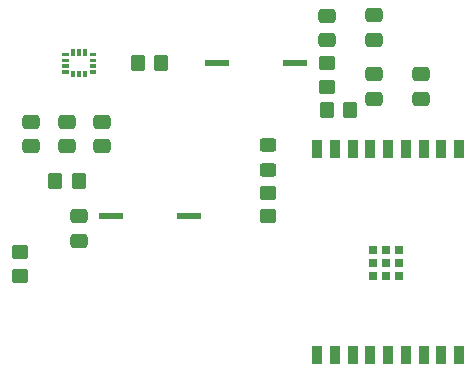
<source format=gbr>
%TF.GenerationSoftware,KiCad,Pcbnew,8.0.8*%
%TF.CreationDate,2025-04-04T16:16:18-04:00*%
%TF.ProjectId,ESP32,45535033-322e-46b6-9963-61645f706362,rev?*%
%TF.SameCoordinates,Original*%
%TF.FileFunction,Paste,Top*%
%TF.FilePolarity,Positive*%
%FSLAX46Y46*%
G04 Gerber Fmt 4.6, Leading zero omitted, Abs format (unit mm)*
G04 Created by KiCad (PCBNEW 8.0.8) date 2025-04-04 16:16:18*
%MOMM*%
%LPD*%
G01*
G04 APERTURE LIST*
G04 Aperture macros list*
%AMRoundRect*
0 Rectangle with rounded corners*
0 $1 Rounding radius*
0 $2 $3 $4 $5 $6 $7 $8 $9 X,Y pos of 4 corners*
0 Add a 4 corners polygon primitive as box body*
4,1,4,$2,$3,$4,$5,$6,$7,$8,$9,$2,$3,0*
0 Add four circle primitives for the rounded corners*
1,1,$1+$1,$2,$3*
1,1,$1+$1,$4,$5*
1,1,$1+$1,$6,$7*
1,1,$1+$1,$8,$9*
0 Add four rect primitives between the rounded corners*
20,1,$1+$1,$2,$3,$4,$5,0*
20,1,$1+$1,$4,$5,$6,$7,0*
20,1,$1+$1,$6,$7,$8,$9,0*
20,1,$1+$1,$8,$9,$2,$3,0*%
G04 Aperture macros list end*
%ADD10C,0.010000*%
%ADD11RoundRect,0.250000X0.450000X-0.350000X0.450000X0.350000X-0.450000X0.350000X-0.450000X-0.350000X0*%
%ADD12RoundRect,0.250000X0.450000X-0.325000X0.450000X0.325000X-0.450000X0.325000X-0.450000X-0.325000X0*%
%ADD13RoundRect,0.250000X0.475000X-0.337500X0.475000X0.337500X-0.475000X0.337500X-0.475000X-0.337500X0*%
%ADD14R,2.108200X0.558800*%
%ADD15RoundRect,0.250000X-0.475000X0.337500X-0.475000X-0.337500X0.475000X-0.337500X0.475000X0.337500X0*%
%ADD16RoundRect,0.250000X-0.350000X-0.450000X0.350000X-0.450000X0.350000X0.450000X-0.350000X0.450000X0*%
%ADD17R,0.900000X1.500000*%
%ADD18R,0.700000X0.700000*%
G04 APERTURE END LIST*
D10*
%TO.C,MT1*%
X133062500Y-75369000D02*
X132612500Y-75369000D01*
X132612500Y-75131000D01*
X133062500Y-75131000D01*
X133062500Y-75369000D01*
G36*
X133062500Y-75369000D02*
G01*
X132612500Y-75369000D01*
X132612500Y-75131000D01*
X133062500Y-75131000D01*
X133062500Y-75369000D01*
G37*
X133062500Y-75869000D02*
X132612500Y-75869000D01*
X132612500Y-75631000D01*
X133062500Y-75631000D01*
X133062500Y-75869000D01*
G36*
X133062500Y-75869000D02*
G01*
X132612500Y-75869000D01*
X132612500Y-75631000D01*
X133062500Y-75631000D01*
X133062500Y-75869000D01*
G37*
X133062500Y-76369000D02*
X132612500Y-76369000D01*
X132612500Y-76131000D01*
X133062500Y-76131000D01*
X133062500Y-76369000D01*
G36*
X133062500Y-76369000D02*
G01*
X132612500Y-76369000D01*
X132612500Y-76131000D01*
X133062500Y-76131000D01*
X133062500Y-76369000D01*
G37*
X133062500Y-76869000D02*
X132612500Y-76869000D01*
X132612500Y-76631000D01*
X133062500Y-76631000D01*
X133062500Y-76869000D01*
G36*
X133062500Y-76869000D02*
G01*
X132612500Y-76869000D01*
X132612500Y-76631000D01*
X133062500Y-76631000D01*
X133062500Y-76869000D01*
G37*
X133619000Y-75312500D02*
X133381000Y-75312500D01*
X133381000Y-74862500D01*
X133619000Y-74862500D01*
X133619000Y-75312500D01*
G36*
X133619000Y-75312500D02*
G01*
X133381000Y-75312500D01*
X133381000Y-74862500D01*
X133619000Y-74862500D01*
X133619000Y-75312500D01*
G37*
X133619000Y-77137500D02*
X133381000Y-77137500D01*
X133381000Y-76687500D01*
X133619000Y-76687500D01*
X133619000Y-77137500D01*
G36*
X133619000Y-77137500D02*
G01*
X133381000Y-77137500D01*
X133381000Y-76687500D01*
X133619000Y-76687500D01*
X133619000Y-77137500D01*
G37*
X134119000Y-75312500D02*
X133881000Y-75312500D01*
X133881000Y-74862500D01*
X134119000Y-74862500D01*
X134119000Y-75312500D01*
G36*
X134119000Y-75312500D02*
G01*
X133881000Y-75312500D01*
X133881000Y-74862500D01*
X134119000Y-74862500D01*
X134119000Y-75312500D01*
G37*
X134119000Y-77137500D02*
X133881000Y-77137500D01*
X133881000Y-76687500D01*
X134119000Y-76687500D01*
X134119000Y-77137500D01*
G36*
X134119000Y-77137500D02*
G01*
X133881000Y-77137500D01*
X133881000Y-76687500D01*
X134119000Y-76687500D01*
X134119000Y-77137500D01*
G37*
X134619000Y-75312500D02*
X134381000Y-75312500D01*
X134381000Y-74862500D01*
X134619000Y-74862500D01*
X134619000Y-75312500D01*
G36*
X134619000Y-75312500D02*
G01*
X134381000Y-75312500D01*
X134381000Y-74862500D01*
X134619000Y-74862500D01*
X134619000Y-75312500D01*
G37*
X134619000Y-77137500D02*
X134381000Y-77137500D01*
X134381000Y-76687500D01*
X134619000Y-76687500D01*
X134619000Y-77137500D01*
G36*
X134619000Y-77137500D02*
G01*
X134381000Y-77137500D01*
X134381000Y-76687500D01*
X134619000Y-76687500D01*
X134619000Y-77137500D01*
G37*
X135387500Y-75369000D02*
X134937500Y-75369000D01*
X134937500Y-75131000D01*
X135387500Y-75131000D01*
X135387500Y-75369000D01*
G36*
X135387500Y-75369000D02*
G01*
X134937500Y-75369000D01*
X134937500Y-75131000D01*
X135387500Y-75131000D01*
X135387500Y-75369000D01*
G37*
X135387500Y-75869000D02*
X134937500Y-75869000D01*
X134937500Y-75631000D01*
X135387500Y-75631000D01*
X135387500Y-75869000D01*
G36*
X135387500Y-75869000D02*
G01*
X134937500Y-75869000D01*
X134937500Y-75631000D01*
X135387500Y-75631000D01*
X135387500Y-75869000D01*
G37*
X135387500Y-76369000D02*
X134937500Y-76369000D01*
X134937500Y-76131000D01*
X135387500Y-76131000D01*
X135387500Y-76369000D01*
G36*
X135387500Y-76369000D02*
G01*
X134937500Y-76369000D01*
X134937500Y-76131000D01*
X135387500Y-76131000D01*
X135387500Y-76369000D01*
G37*
X135387500Y-76869000D02*
X134937500Y-76869000D01*
X134937500Y-76631000D01*
X135387500Y-76631000D01*
X135387500Y-76869000D01*
G36*
X135387500Y-76869000D02*
G01*
X134937500Y-76869000D01*
X134937500Y-76631000D01*
X135387500Y-76631000D01*
X135387500Y-76869000D01*
G37*
%TD*%
D11*
%TO.C,R2*%
X150000000Y-89000000D03*
X150000000Y-87000000D03*
%TD*%
D12*
%TO.C,D1*%
X150000000Y-85025000D03*
X150000000Y-82975000D03*
%TD*%
D11*
%TO.C,R4*%
X129000000Y-94000000D03*
X129000000Y-92000000D03*
%TD*%
D13*
%TO.C,C3*%
X163000000Y-79037500D03*
X163000000Y-76962500D03*
%TD*%
D14*
%TO.C,SW1*%
X136699300Y-89000000D03*
X143300700Y-89000000D03*
%TD*%
D11*
%TO.C,R1*%
X155000000Y-78000000D03*
X155000000Y-76000000D03*
%TD*%
D14*
%TO.C,SW2*%
X145699300Y-76000000D03*
X152300700Y-76000000D03*
%TD*%
D15*
%TO.C,C6*%
X133000000Y-81000000D03*
X133000000Y-83075000D03*
%TD*%
D16*
%TO.C,R3*%
X132000000Y-86000000D03*
X134000000Y-86000000D03*
%TD*%
D15*
%TO.C,C5*%
X136010000Y-81000000D03*
X136010000Y-83075000D03*
%TD*%
D16*
%TO.C,R5*%
X155000000Y-80000000D03*
X157000000Y-80000000D03*
%TD*%
D15*
%TO.C,C7*%
X129990000Y-81000000D03*
X129990000Y-83075000D03*
%TD*%
D13*
%TO.C,C2*%
X159000000Y-79037500D03*
X159000000Y-76962500D03*
%TD*%
D16*
%TO.C,R6*%
X139000000Y-76000000D03*
X141000000Y-76000000D03*
%TD*%
D13*
%TO.C,C8*%
X134000000Y-91075000D03*
X134000000Y-89000000D03*
%TD*%
D17*
%TO.C,U1*%
X166200000Y-83250000D03*
X164700000Y-83250000D03*
X163200000Y-83250000D03*
X161700000Y-83250000D03*
X160200000Y-83250000D03*
X158700000Y-83250000D03*
X157200000Y-83250000D03*
X155700000Y-83250000D03*
X154200000Y-83250000D03*
X154200000Y-100750000D03*
X155700000Y-100750000D03*
X157200000Y-100750000D03*
X158700000Y-100750000D03*
X160200000Y-100750000D03*
X161700000Y-100750000D03*
X163200000Y-100750000D03*
X164700000Y-100750000D03*
X166200000Y-100750000D03*
D18*
X161100000Y-91860000D03*
X161100000Y-92960000D03*
X161100000Y-94060000D03*
X160000000Y-91860000D03*
X160000000Y-92960000D03*
X160000000Y-94060000D03*
X158900000Y-91860000D03*
X158900000Y-92960000D03*
X158900000Y-94060000D03*
%TD*%
D13*
%TO.C,C1*%
X155000000Y-74075000D03*
X155000000Y-72000000D03*
%TD*%
%TO.C,C4*%
X159000000Y-74037500D03*
X159000000Y-71962500D03*
%TD*%
M02*

</source>
